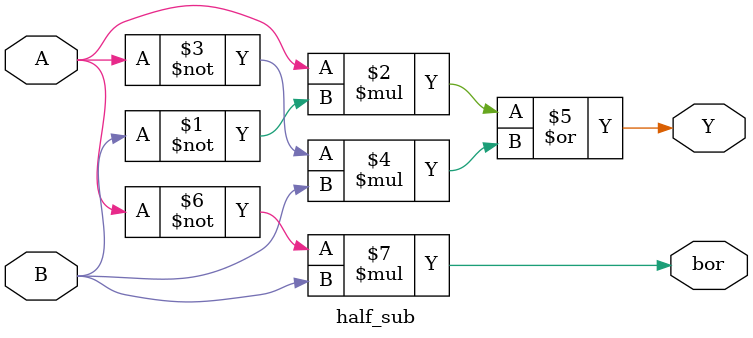
<source format=v>
module half_sub(
    input A,B,
    output Y, bor
    );
    
assign Y=(A*~B)|(~A*B);
assign bor=(~A*B);


endmodule
    
</source>
